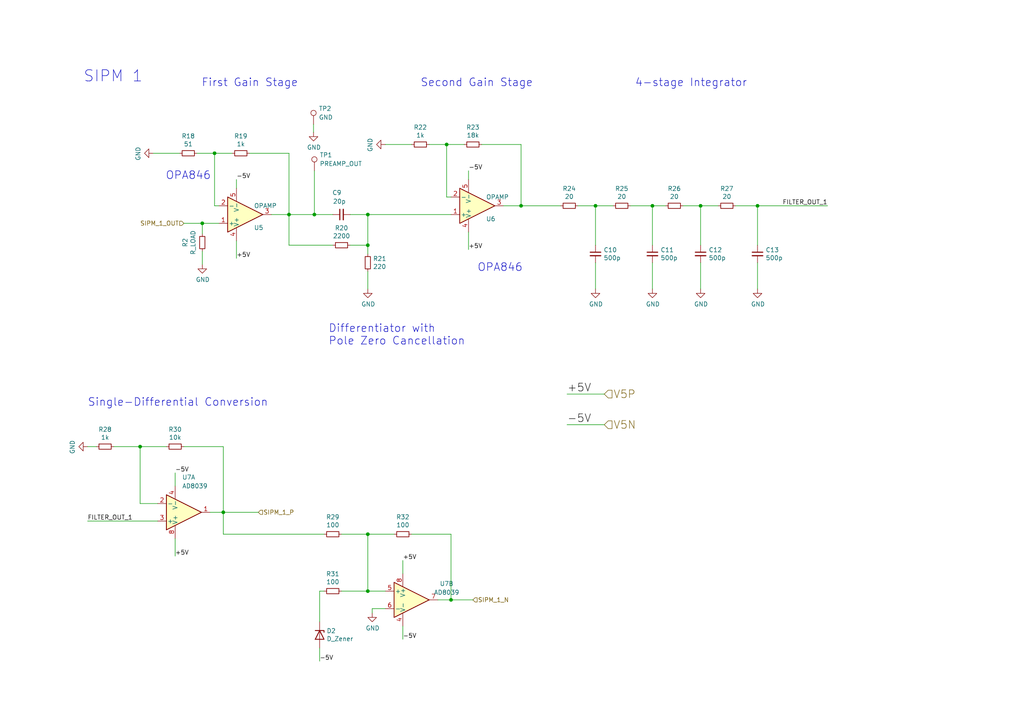
<source format=kicad_sch>
(kicad_sch (version 20211123) (generator eeschema)
  (paper "A4")
  (lib_symbols
    (symbol "Connector:TestPoint" (pin_numbers hide) (pin_names (offset 0.762) hide)
      (property "Reference" "TP" (at 0 6.858 0))
      (property "Value" "TestPoint" (at 0 5.08 0))
      (symbol "TestPoint_0_1"
        (circle (center 0 3.302) (radius 0.762))
      )
      (symbol "TestPoint_1_1"
        (pin passive line (at 0 0 90) (length 2.54) (name "1") (number "1"))
      )
    )
    (symbol "Device:C_Small" (pin_numbers hide) (pin_names (offset 0.254) hide)
      (property "Reference" "C" (at 0.254 1.778 0))
      (property "Value" "C_Small" (at 0.254 -2.032 0))
      (symbol "C_Small_0_1"
        (polyline (pts (xy -1.524 -0.508) (xy 1.524 -0.508)) (stroke (width 0.3302)))
        (polyline (pts (xy -1.524 0.508) (xy 1.524 0.508)) (stroke (width 0.3048)))
      )
      (symbol "C_Small_1_1"
        (pin passive line (at 0 2.54 270) (length 2.032) (name "~") (number "1"))
        (pin passive line (at 0 -2.54 90) (length 2.032) (name "~") (number "2"))
      )
    )
    (symbol "Device:D_Zener" (pin_numbers hide) (pin_names (offset 1.016) hide)
      (property "Reference" "D" (at 0 2.54 0))
      (property "Value" "D_Zener" (at 0 -2.54 0))
      (symbol "D_Zener_0_1"
        (polyline (pts (xy 1.27 0) (xy -1.27 0)))
        (polyline (pts (xy -1.27 -1.27) (xy -1.27 1.27) (xy -0.762 1.27)) (stroke (width 0.254)))
        (polyline (pts (xy 1.27 -1.27) (xy 1.27 1.27) (xy -1.27 0) (xy 1.27 -1.27)) (stroke (width 0.254)))
      )
      (symbol "D_Zener_1_1"
        (pin passive line (at -3.81 0 0) (length 2.54) (name "K") (number "1"))
        (pin passive line (at 3.81 0 180) (length 2.54) (name "A") (number "2"))
      )
    )
    (symbol "Device:R_Small" (pin_numbers hide) (pin_names (offset 0.254) hide)
      (property "Reference" "R" (at 0.762 0.508 0))
      (property "Value" "R_Small" (at 0.762 -1.016 0))
      (symbol "R_Small_0_1"
        (rectangle (start -0.762 1.778) (end 0.762 -1.778) (stroke (width 0.2032)))
      )
      (symbol "R_Small_1_1"
        (pin passive line (at 0 2.54 270) (length 0.762) (name "~") (number "1"))
        (pin passive line (at 0 -2.54 90) (length 0.762) (name "~") (number "2"))
      )
    )
    (symbol "nnbar:AD8039" (pin_names (offset 0.254))
      (property "Reference" "U" (at 3.81 3.175 0))
      (property "Value" "AD8039" (at 3.81 -3.175 0))
      (symbol "AD8039_0_1"
        (polyline (pts (xy 5.08 0) (xy -5.08 5.08) (xy -5.08 -5.08) (xy 5.08 0)) (stroke (width 0.254)) (fill (type background)))
      )
      (symbol "AD8039_1_1"
        (pin output line (at 7.62 0 180) (length 2.54) (name "~") (number "1"))
        (pin input line (at -7.62 -2.54 0) (length 2.54) (name "-") (number "2"))
        (pin input line (at -7.62 2.54 0) (length 2.54) (name "+") (number "3"))
        (pin power_in line (at -2.54 -7.62 90) (length 3.81) (name "V-") (number "4"))
        (pin power_in line (at -2.54 7.62 270) (length 3.81) (name "V+") (number "8"))
      )
      (symbol "AD8039_2_1"
        (pin power_in line (at -2.54 -7.62 90) (length 3.81) (name "V-") (number "4"))
        (pin input line (at -7.62 2.54 0) (length 2.54) (name "+") (number "5"))
        (pin input line (at -7.62 -2.54 0) (length 2.54) (name "-") (number "6"))
        (pin output line (at 7.62 0 180) (length 2.54) (name "~") (number "7"))
        (pin power_in line (at -2.54 7.62 270) (length 3.81) (name "V+") (number "8"))
      )
    )
    (symbol "power:GND" (power) (pin_names (offset 0))
      (property "Value" "GND" (at 0 -3.81 0))
      (symbol "GND_0_1"
        (polyline (pts (xy 0 0) (xy 0 -1.27) (xy 1.27 -1.27) (xy 0 -2.54) (xy -1.27 -1.27) (xy 0 -1.27)))
      )
      (symbol "GND_1_1"
        (pin power_in line (at 0 0 270) (length 0) hide (name "GND") (number "1"))
      )
    )
    (symbol "pspice:OPAMP" (pin_names (offset 0.254))
      (property "Reference" "U" (at 3.81 3.175 0))
      (property "Value" "OPAMP" (at 3.81 -3.175 0))
      (symbol "OPAMP_0_1"
        (polyline (pts (xy 5.08 0) (xy -5.08 5.08) (xy -5.08 -5.08) (xy 5.08 0)) (stroke (width 0.254)) (fill (type background)))
      )
      (symbol "OPAMP_1_1"
        (pin input line (at -7.62 2.54 0) (length 2.54) (name "+") (number "1"))
        (pin input line (at -7.62 -2.54 0) (length 2.54) (name "-") (number "2"))
        (pin output line (at 7.62 0 180) (length 2.54) (name "~") (number "3"))
        (pin power_in line (at -2.54 7.62 270) (length 3.81) (name "V+") (number "4"))
        (pin power_in line (at -2.54 -7.62 90) (length 3.81) (name "V-") (number "5"))
      )
    )
  )
  (junction (at 62.23 44.45))
  (junction (at 106.68 171.45))
  (junction (at 106.68 154.94))
  (junction (at 83.82 62.23))
  (junction (at 130.81 173.99))
  (junction (at 129.54 41.91))
  (junction (at 106.68 71.12))
  (junction (at 106.68 62.23))
  (junction (at 40.64 129.54))
  (junction (at 91.186 62.23))
  (junction (at 151.13 59.69))
  (junction (at 203.2 59.69))
  (junction (at 189.23 59.69))
  (junction (at 172.72 59.69))
  (junction (at 64.77 148.59))
  (junction (at 58.674 64.77))
  (junction (at 219.71 59.69))
  (wire (pts (xy 101.6 62.23) (xy 106.68 62.23)))
  (wire (pts (xy 151.13 41.91) (xy 151.13 59.69)))
  (wire (pts (xy 164.465 123.19) (xy 175.26 123.19)))
  (wire (pts (xy 107.95 177.8) (xy 107.95 176.53)))
  (wire (pts (xy 45.72 146.05) (xy 40.64 146.05)))
  (wire (pts (xy 116.84 162.56) (xy 116.84 166.37)))
  (wire (pts (xy 129.54 57.15) (xy 130.81 57.15)))
  (wire (pts (xy 135.89 49.53) (xy 135.89 52.07)))
  (wire (pts (xy 203.2 83.82) (xy 203.2 76.2)))
  (wire (pts (xy 58.674 67.818) (xy 58.674 64.77)))
  (wire (pts (xy 129.54 41.91) (xy 134.62 41.91)))
  (wire (pts (xy 64.77 148.59) (xy 64.77 154.94)))
  (wire (pts (xy 182.88 59.69) (xy 189.23 59.69)))
  (wire (pts (xy 106.68 62.23) (xy 106.68 71.12)))
  (wire (pts (xy 162.56 59.69) (xy 151.13 59.69)))
  (wire (pts (xy 151.13 59.69) (xy 146.05 59.69)))
  (wire (pts (xy 91.186 62.23) (xy 96.52 62.23)))
  (wire (pts (xy 64.77 129.54) (xy 64.77 148.59)))
  (wire (pts (xy 53.34 129.54) (xy 64.77 129.54)))
  (wire (pts (xy 203.2 59.69) (xy 208.28 59.69)))
  (wire (pts (xy 193.04 59.69) (xy 189.23 59.69)))
  (wire (pts (xy 198.12 59.69) (xy 203.2 59.69)))
  (wire (pts (xy 27.94 129.54) (xy 25.4 129.54)))
  (wire (pts (xy 129.54 41.91) (xy 129.54 57.15)))
  (wire (pts (xy 83.82 62.23) (xy 91.186 62.23)))
  (wire (pts (xy 92.71 180.34) (xy 92.71 171.45)))
  (wire (pts (xy 124.46 41.91) (xy 129.54 41.91)))
  (wire (pts (xy 203.2 59.69) (xy 203.2 71.12)))
  (wire (pts (xy 72.39 44.45) (xy 83.82 44.45)))
  (wire (pts (xy 167.64 59.69) (xy 172.72 59.69)))
  (wire (pts (xy 172.72 59.69) (xy 177.8 59.69)))
  (wire (pts (xy 137.16 173.99) (xy 130.81 173.99)))
  (wire (pts (xy 219.71 83.82) (xy 219.71 76.2)))
  (wire (pts (xy 119.38 41.91) (xy 111.76 41.91)))
  (wire (pts (xy 91.186 49.53) (xy 91.186 62.23)))
  (wire (pts (xy 68.58 52.07) (xy 68.58 54.61)))
  (wire (pts (xy 83.82 71.12) (xy 96.52 71.12)))
  (wire (pts (xy 25.4 151.13) (xy 45.72 151.13)))
  (wire (pts (xy 189.23 83.82) (xy 189.23 76.2)))
  (wire (pts (xy 106.68 171.45) (xy 106.68 154.94)))
  (wire (pts (xy 172.72 59.69) (xy 172.72 71.12)))
  (wire (pts (xy 135.89 72.39) (xy 135.89 67.31)))
  (wire (pts (xy 119.38 154.94) (xy 130.81 154.94)))
  (wire (pts (xy 106.68 62.23) (xy 130.81 62.23)))
  (wire (pts (xy 101.6 71.12) (xy 106.68 71.12)))
  (wire (pts (xy 130.81 154.94) (xy 130.81 173.99)))
  (wire (pts (xy 164.465 114.3) (xy 175.26 114.3)))
  (wire (pts (xy 83.82 62.23) (xy 78.74 62.23)))
  (wire (pts (xy 99.06 154.94) (xy 106.68 154.94)))
  (wire (pts (xy 219.71 59.69) (xy 240.03 59.69)))
  (wire (pts (xy 90.932 36.068) (xy 90.932 38.354)))
  (wire (pts (xy 50.8 156.21) (xy 50.8 161.29)))
  (wire (pts (xy 111.76 171.45) (xy 106.68 171.45)))
  (wire (pts (xy 92.71 171.45) (xy 93.98 171.45)))
  (wire (pts (xy 33.02 129.54) (xy 40.64 129.54)))
  (wire (pts (xy 106.68 83.82) (xy 106.68 78.74)))
  (wire (pts (xy 50.8 137.16) (xy 50.8 140.97)))
  (wire (pts (xy 62.23 44.45) (xy 62.23 59.69)))
  (wire (pts (xy 83.82 44.45) (xy 83.82 62.23)))
  (wire (pts (xy 172.72 83.82) (xy 172.72 76.2)))
  (wire (pts (xy 58.674 64.77) (xy 63.5 64.77)))
  (wire (pts (xy 107.95 176.53) (xy 111.76 176.53)))
  (wire (pts (xy 139.7 41.91) (xy 151.13 41.91)))
  (wire (pts (xy 106.68 71.12) (xy 106.68 73.66)))
  (wire (pts (xy 189.23 59.69) (xy 189.23 71.12)))
  (wire (pts (xy 127 173.99) (xy 130.81 173.99)))
  (wire (pts (xy 58.674 72.898) (xy 58.674 76.708)))
  (wire (pts (xy 219.71 59.69) (xy 219.71 71.12)))
  (wire (pts (xy 92.71 187.96) (xy 92.71 191.77)))
  (wire (pts (xy 83.82 62.23) (xy 83.82 71.12)))
  (wire (pts (xy 64.77 148.59) (xy 60.96 148.59)))
  (wire (pts (xy 57.15 44.45) (xy 62.23 44.45)))
  (wire (pts (xy 64.77 154.94) (xy 93.98 154.94)))
  (wire (pts (xy 64.77 148.59) (xy 74.93 148.59)))
  (wire (pts (xy 62.23 44.45) (xy 67.31 44.45)))
  (wire (pts (xy 52.07 44.45) (xy 44.45 44.45)))
  (wire (pts (xy 99.06 171.45) (xy 106.68 171.45)))
  (wire (pts (xy 53.34 64.77) (xy 58.674 64.77)))
  (wire (pts (xy 68.58 74.93) (xy 68.58 69.85)))
  (wire (pts (xy 116.84 185.42) (xy 116.84 181.61)))
  (wire (pts (xy 106.68 154.94) (xy 114.3 154.94)))
  (wire (pts (xy 62.23 59.69) (xy 63.5 59.69)))
  (wire (pts (xy 40.64 146.05) (xy 40.64 129.54)))
  (wire (pts (xy 213.36 59.69) (xy 219.71 59.69)))
  (wire (pts (xy 40.64 129.54) (xy 48.26 129.54)))
  (text "Single-Differential Conversion" (at 25.4 118.11 0) (effects (font (size 2.2606 2.2606)) (justify left bottom)))
  (text "Second Gain Stage" (at 121.92 25.4 0) (effects (font (size 2.2606 2.2606)) (justify left bottom)))
  (text "4-stage Integrator" (at 184.15 25.4 0) (effects (font (size 2.2606 2.2606)) (justify left bottom)))
  (text "Differentiator with\nPole Zero Cancellation" (at 95.25 100.33 0) (effects (font (size 2.2606 2.2606)) (justify left bottom)))
  (text "First Gain Stage" (at 58.42 25.4 0) (effects (font (size 2.2606 2.2606)) (justify left bottom)))
  (text "SIPM 1" (at 24.13 24.13 0) (effects (font (size 3.2512 3.2512)) (justify left bottom)))
  (text "OPA846" (at 138.43 78.994 0) (effects (font (size 2.2606 2.2606)) (justify left bottom)))
  (text "OPA846" (at 48.006 52.324 0) (effects (font (size 2.2606 2.2606)) (justify left bottom)))
  (label "FILTER_OUT_1" (at 25.4 151.13 0))
  (label "-5V" (at 92.71 191.77 0) (effects (font (size 1.2446 1.2446))))
  (label "+5V" (at 116.84 162.56 0) (effects (font (size 1.2446 1.2446))))
  (label "-5V" (at 68.58 52.07 0))
  (label "-5V" (at 164.465 123.19 0) (effects (font (size 2.2606 2.2606))))
  (label "+5V" (at 68.58 74.93 0))
  (label "-5V" (at 116.84 185.42 0) (effects (font (size 1.2446 1.2446))))
  (label "+5V" (at 164.465 114.3 0) (effects (font (size 2.2606 2.2606))))
  (label "FILTER_OUT_1" (at 240.03 59.69 180))
  (label "-5V" (at 50.8 137.16 0) (effects (font (size 1.2446 1.2446))))
  (label "+5V" (at 135.89 72.39 0))
  (label "-5V" (at 135.89 49.53 0))
  (label "+5V" (at 50.8 161.29 0) (effects (font (size 1.2446 1.2446))))
  (hierarchical_label "V5N" (shape input) (at 175.26 123.19 0) (effects (font (size 2.2606 2.2606))))
  (hierarchical_label "V5P" (shape input) (at 175.26 114.3 0) (effects (font (size 2.2606 2.2606))))
  (hierarchical_label "SIPM_1_OUT" (shape input) (at 53.34 64.77 180) (effects (font (size 1.2446 1.2446))))
  (hierarchical_label "SIPM_1_P" (shape input) (at 74.93 148.59 0) (effects (font (size 1.2446 1.2446))))
  (hierarchical_label "SIPM_1_N" (shape input) (at 137.16 173.99 0) (effects (font (size 1.2446 1.2446))))
  (symbol (lib_id "Device:R_Small") (at 165.1 59.69 90) (unit 1)
    (property "Reference" "R24" (at 165.1 54.7116 90))
    (property "Value" "20" (at 165.1 57.023 90))
    (property "Footprint" "Resistor_SMD:R_0603_1608Metric" (effects hide))
  )
  (symbol (lib_id "Device:C_Small") (at 172.72 73.66 0) (unit 1)
    (property "Reference" "C10" (at 175.0568 72.4916 0) (effects (justify left)))
    (property "Value" "500p" (at 175.0568 74.803 0) (effects (justify left)))
    (property "Footprint" "Capacitor_SMD:C_0603_1608Metric" (effects hide))
  )
  (symbol (lib_id "power:GND") (at 172.72 83.82 0) (unit 1)
    (property "Reference" "#PWR018" (effects hide))
    (property "Value" "GND" (at 172.847 88.2142 0))
  )
  (symbol (lib_id "Device:R_Small") (at 180.34 59.69 90) (unit 1)
    (property "Reference" "R25" (at 180.34 54.7116 90))
    (property "Value" "20" (at 180.34 57.023 90))
    (property "Footprint" "Resistor_SMD:R_0603_1608Metric" (effects hide))
  )
  (symbol (lib_id "Device:C_Small") (at 189.23 73.66 0) (unit 1)
    (property "Reference" "C11" (at 191.5668 72.4916 0) (effects (justify left)))
    (property "Value" "500p" (at 191.5668 74.803 0) (effects (justify left)))
    (property "Footprint" "Capacitor_SMD:C_0603_1608Metric" (effects hide))
  )
  (symbol (lib_id "power:GND") (at 189.23 83.82 0) (unit 1)
    (property "Reference" "#PWR019" (effects hide))
    (property "Value" "GND" (at 189.357 88.2142 0))
  )
  (symbol (lib_id "power:GND") (at 111.76 41.91 270) (unit 1)
    (property "Reference" "#PWR017" (effects hide))
    (property "Value" "GND" (at 107.3658 42.037 0))
  )
  (symbol (lib_id "pspice:OPAMP") (at 138.43 59.69 0) (mirror x) (unit 1)
    (property "Reference" "U6" (at 140.97 63.5 0) (effects (justify left)))
    (property "Value" "OPAMP" (at 140.97 57.15 0) (effects (justify left)))
    (property "Footprint" "nnbar-calo-prototype:OPA846" (effects hide))
  )
  (symbol (lib_id "Device:R_Small") (at 137.16 41.91 270) (unit 1)
    (property "Reference" "R23" (at 137.16 36.9316 90))
    (property "Value" "18k" (at 137.16 39.243 90))
    (property "Footprint" "Resistor_SMD:R_0603_1608Metric" (effects hide))
  )
  (symbol (lib_id "Device:R_Small") (at 121.92 41.91 270) (unit 1)
    (property "Reference" "R22" (at 121.92 36.9316 90))
    (property "Value" "1k" (at 121.92 39.243 90))
    (property "Footprint" "Resistor_SMD:R_0603_1608Metric" (effects hide))
  )
  (symbol (lib_id "power:GND") (at 106.68 83.82 0) (unit 1)
    (property "Reference" "#PWR016" (effects hide))
    (property "Value" "GND" (at 106.807 88.2142 0))
  )
  (symbol (lib_id "power:GND") (at 44.45 44.45 270) (unit 1)
    (property "Reference" "#PWR015" (effects hide))
    (property "Value" "GND" (at 40.0558 44.577 0))
  )
  (symbol (lib_id "pspice:OPAMP") (at 71.12 62.23 0) (mirror x) (unit 1)
    (property "Reference" "U5" (at 73.66 66.04 0) (effects (justify left)))
    (property "Value" "OPAMP" (at 73.66 59.69 0) (effects (justify left)))
    (property "Footprint" "nnbar-calo-prototype:OPA846" (effects hide))
  )
  (symbol (lib_id "Device:C_Small") (at 99.06 62.23 90) (unit 1)
    (property "Reference" "C9" (at 99.06 55.88 90) (effects (justify left)))
    (property "Value" "20p" (at 100.33 58.42 90) (effects (justify left)))
    (property "Footprint" "Capacitor_SMD:C_0603_1608Metric" (effects hide))
  )
  (symbol (lib_id "Device:R_Small") (at 106.68 76.2 0) (unit 1)
    (property "Reference" "R21" (at 108.1786 75.0316 0) (effects (justify left)))
    (property "Value" "220" (at 108.1786 77.343 0) (effects (justify left)))
    (property "Footprint" "Resistor_SMD:R_0603_1608Metric" (effects hide))
  )
  (symbol (lib_id "Device:R_Small") (at 99.06 71.12 90) (unit 1)
    (property "Reference" "R20" (at 99.06 66.1416 90))
    (property "Value" "2200" (at 99.06 68.453 90))
    (property "Footprint" "Resistor_SMD:R_0603_1608Metric" (effects hide))
  )
  (symbol (lib_id "Device:R_Small") (at 69.85 44.45 270) (unit 1)
    (property "Reference" "R19" (at 69.85 39.4716 90))
    (property "Value" "1k" (at 69.85 41.783 90))
    (property "Footprint" "Resistor_SMD:R_0603_1608Metric" (effects hide))
  )
  (symbol (lib_id "Device:R_Small") (at 54.61 44.45 270) (unit 1)
    (property "Reference" "R18" (at 54.61 39.4716 90))
    (property "Value" "51" (at 54.61 41.783 90))
    (property "Footprint" "Resistor_SMD:R_0603_1608Metric" (effects hide))
  )
  (symbol (lib_id "Device:R_Small") (at 195.58 59.69 90) (unit 1)
    (property "Reference" "R26" (at 195.58 54.7116 90))
    (property "Value" "20" (at 195.58 57.023 90))
    (property "Footprint" "Resistor_SMD:R_0603_1608Metric" (effects hide))
  )
  (symbol (lib_id "Device:C_Small") (at 203.2 73.66 0) (unit 1)
    (property "Reference" "C12" (at 205.5368 72.4916 0) (effects (justify left)))
    (property "Value" "500p" (at 205.5368 74.803 0) (effects (justify left)))
    (property "Footprint" "Capacitor_SMD:C_0603_1608Metric" (effects hide))
  )
  (symbol (lib_id "power:GND") (at 203.2 83.82 0) (unit 1)
    (property "Reference" "#PWR020" (effects hide))
    (property "Value" "GND" (at 203.327 88.2142 0))
  )
  (symbol (lib_id "power:GND") (at 219.71 83.82 0) (unit 1)
    (property "Reference" "#PWR021" (effects hide))
    (property "Value" "GND" (at 219.837 88.2142 0))
  )
  (symbol (lib_id "Device:C_Small") (at 219.71 73.66 0) (unit 1)
    (property "Reference" "C13" (at 222.0468 72.4916 0) (effects (justify left)))
    (property "Value" "500p" (at 222.0468 74.803 0) (effects (justify left)))
    (property "Footprint" "Capacitor_SMD:C_0603_1608Metric" (effects hide))
  )
  (symbol (lib_id "Device:R_Small") (at 210.82 59.69 90) (unit 1)
    (property "Reference" "R27" (at 210.82 54.7116 90))
    (property "Value" "20" (at 210.82 57.023 90))
    (property "Footprint" "Resistor_SMD:R_0603_1608Metric" (effects hide))
  )
  (symbol (lib_id "power:GND") (at 25.4 129.54 270) (unit 1)
    (property "Reference" "#PWR022" (effects hide))
    (property "Value" "GND" (at 21.0058 129.667 0))
  )
  (symbol (lib_id "Device:R_Small") (at 50.8 129.54 270) (unit 1)
    (property "Reference" "R30" (at 50.8 124.5616 90))
    (property "Value" "10k" (at 50.8 126.873 90))
    (property "Footprint" "Resistor_SMD:R_0603_1608Metric" (effects hide))
  )
  (symbol (lib_id "Device:R_Small") (at 30.48 129.54 270) (unit 1)
    (property "Reference" "R28" (at 30.48 124.5616 90))
    (property "Value" "1k" (at 30.48 126.873 90))
    (property "Footprint" "Resistor_SMD:R_0603_1608Metric" (effects hide))
  )
  (symbol (lib_id "Device:R_Small") (at 96.52 154.94 270) (unit 1)
    (property "Reference" "R29" (at 96.52 149.9616 90))
    (property "Value" "100" (at 96.52 152.273 90))
    (property "Footprint" "Resistor_SMD:R_0603_1608Metric" (effects hide))
  )
  (symbol (lib_id "Device:R_Small") (at 116.84 154.94 270) (unit 1)
    (property "Reference" "R32" (at 116.84 149.9616 90))
    (property "Value" "100" (at 116.84 152.273 90))
    (property "Footprint" "Resistor_SMD:R_0603_1608Metric" (effects hide))
  )
  (symbol (lib_id "power:GND") (at 107.95 177.8 0) (unit 1)
    (property "Reference" "#PWR01" (effects hide))
    (property "Value" "GND" (at 108.077 182.1942 0))
  )
  (symbol (lib_id "Device:D_Zener") (at 92.71 184.15 270) (unit 1)
    (property "Reference" "D2" (at 94.7166 182.9816 90) (effects (justify left)))
    (property "Value" "D_Zener" (at 94.7166 185.293 90) (effects (justify left)))
    (property "Footprint" "Diode_SMD:D_0603_1608Metric_Pad1.05x0.95mm_HandSolder" (effects hide))
  )
  (symbol (lib_id "Device:R_Small") (at 96.52 171.45 270) (unit 1)
    (property "Reference" "R31" (at 96.52 166.4716 90))
    (property "Value" "100" (at 96.52 168.783 90))
    (property "Footprint" "Resistor_SMD:R_0603_1608Metric" (effects hide))
  )
  (symbol (lib_id "Device:R_Small") (at 58.674 70.358 180) (unit 1)
    (property "Reference" "R2" (at 53.6956 70.358 90))
    (property "Value" "R_LOAD" (at 56.007 70.358 90))
    (property "Footprint" "Resistor_SMD:R_0603_1608Metric" (effects hide))
  )
  (symbol (lib_id "power:GND") (at 58.674 76.708 0) (unit 1)
    (property "Reference" "#PWR0117" (effects hide))
    (property "Value" "GND" (at 58.801 81.1022 0))
  )
  (symbol (lib_id "nnbar:AD8039") (at 53.34 148.59 0) (mirror x) (unit 1)
    (property "Reference" "U7" (at 52.8194 138.43 0) (effects (justify left)))
    (property "Value" "AD8039" (at 52.8194 140.97 0) (effects (justify left)))
    (property "Footprint" "Package_SO:SOIC-8_3.9x4.9mm_P1.27mm" (effects hide))
  )
  (symbol (lib_id "nnbar:AD8039") (at 119.38 173.99 0) (unit 2)
    (property "Reference" "U7" (at 129.54 169.291 0))
    (property "Value" "AD8039" (at 129.54 171.831 0))
    (property "Footprint" "Package_SO:SOIC-8_3.9x4.9mm_P1.27mm" (effects hide))
  )
  (symbol (lib_id "Connector:TestPoint") (at 90.932 36.068 0) (unit 1)
    (property "Reference" "TP2" (at 92.456 31.4959 0) (effects (justify left)))
    (property "Value" "GND" (at 92.456 34.0359 0) (effects (justify left)))
    (property "Footprint" "TestPoint:TestPoint_Pad_D2.0mm" (effects hide))
  )
  (symbol (lib_id "Connector:TestPoint") (at 91.186 49.53 0) (unit 1)
    (property "Reference" "TP1" (at 92.71 44.9579 0) (effects (justify left)))
    (property "Value" "PREAMP_OUT" (at 92.71 47.4979 0) (effects (justify left)))
    (property "Footprint" "TestPoint:TestPoint_Pad_D2.0mm" (effects hide))
  )
  (symbol (lib_id "power:GND") (at 90.932 38.354 0) (unit 1)
    (property "Reference" "#PWR0118" (effects hide))
    (property "Value" "GND" (at 91.059 42.7482 0))
  )
)
</source>
